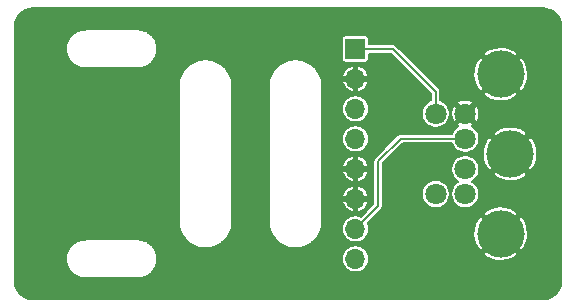
<source format=gtl>
G04 #@! TF.GenerationSoftware,KiCad,Pcbnew,(5.1.2-1)-1*
G04 #@! TF.CreationDate,2019-07-29T02:23:31-04:00*
G04 #@! TF.ProjectId,mouserial-mouse,6d6f7573-6572-4696-916c-2d6d6f757365,rev?*
G04 #@! TF.SameCoordinates,Original*
G04 #@! TF.FileFunction,Copper,L1,Top*
G04 #@! TF.FilePolarity,Positive*
%FSLAX46Y46*%
G04 Gerber Fmt 4.6, Leading zero omitted, Abs format (unit mm)*
G04 Created by KiCad (PCBNEW (5.1.2-1)-1) date 2019-07-29 02:23:31*
%MOMM*%
%LPD*%
G04 APERTURE LIST*
%ADD10C,1.800000*%
%ADD11C,4.000000*%
%ADD12C,2.000000*%
%ADD13R,1.700000X1.700000*%
%ADD14O,1.700000X1.700000*%
%ADD15C,0.800000*%
%ADD16C,0.200000*%
G04 APERTURE END LIST*
D10*
X170581000Y-95280000D03*
X170581000Y-92680000D03*
X168081000Y-90580000D03*
X168081000Y-97380000D03*
X170581000Y-97380000D03*
X170581000Y-90580000D03*
D11*
X173581000Y-100730000D03*
X173581000Y-87230000D03*
X174381000Y-93980000D03*
D12*
X133985000Y-83185000D03*
X133985000Y-104775000D03*
X177165000Y-104775000D03*
X177165000Y-83185000D03*
D13*
X161290000Y-85090000D03*
D14*
X161290000Y-87630000D03*
X161290000Y-90170000D03*
X161290000Y-92710000D03*
X161290000Y-95250000D03*
X161290000Y-97790000D03*
X161290000Y-100330000D03*
X161290000Y-102870000D03*
D15*
X165862000Y-88519000D03*
X164465000Y-87249000D03*
D16*
X168081000Y-90580000D02*
X168081000Y-88706000D01*
X164465000Y-85090000D02*
X161290000Y-85090000D01*
X168081000Y-88706000D02*
X164465000Y-85090000D01*
X161290000Y-100330000D02*
X163195000Y-98425000D01*
X163195000Y-98425000D02*
X163195000Y-94615000D01*
X165130000Y-92680000D02*
X163195000Y-94615000D01*
X170581000Y-92680000D02*
X165130000Y-92680000D01*
G36*
X177461826Y-81685902D02*
G01*
X177747355Y-81772109D01*
X178010695Y-81912129D01*
X178241824Y-82100633D01*
X178431938Y-82330443D01*
X178573793Y-82592800D01*
X178661988Y-82877711D01*
X178695001Y-83191805D01*
X178695000Y-104756663D01*
X178664098Y-105071826D01*
X178577892Y-105357354D01*
X178437872Y-105620694D01*
X178249368Y-105851822D01*
X178019560Y-106041937D01*
X177757202Y-106183793D01*
X177472289Y-106271988D01*
X177158206Y-106305000D01*
X134003337Y-106305000D01*
X133688174Y-106274098D01*
X133402646Y-106187892D01*
X133139306Y-106047872D01*
X132908178Y-105859368D01*
X132718063Y-105629560D01*
X132576207Y-105367202D01*
X132488012Y-105082289D01*
X132455000Y-104768206D01*
X132455000Y-102844879D01*
X136786574Y-102844879D01*
X136786812Y-102878937D01*
X136786575Y-102912852D01*
X136787085Y-102918063D01*
X136812993Y-103164567D01*
X136819834Y-103197891D01*
X136826197Y-103231248D01*
X136827710Y-103236260D01*
X136901005Y-103473036D01*
X136914187Y-103504396D01*
X136926908Y-103535880D01*
X136929364Y-103540500D01*
X136929366Y-103540505D01*
X136929369Y-103540509D01*
X137047253Y-103758533D01*
X137066271Y-103786728D01*
X137084871Y-103815152D01*
X137088180Y-103819210D01*
X137246173Y-104010189D01*
X137270274Y-104034122D01*
X137294070Y-104058421D01*
X137298104Y-104061759D01*
X137490182Y-104218414D01*
X137518491Y-104237222D01*
X137546536Y-104256425D01*
X137551142Y-104258916D01*
X137769989Y-104375278D01*
X137801420Y-104388233D01*
X137832651Y-104401619D01*
X137837653Y-104403168D01*
X138074934Y-104474808D01*
X138108296Y-104481414D01*
X138141521Y-104488476D01*
X138146728Y-104489023D01*
X138393406Y-104513210D01*
X138411581Y-104515000D01*
X142893419Y-104515000D01*
X142894725Y-104514871D01*
X142895354Y-104514867D01*
X142904037Y-104513954D01*
X142912853Y-104513086D01*
X142929326Y-104513086D01*
X142934533Y-104512539D01*
X143180849Y-104484910D01*
X143214095Y-104477843D01*
X143247434Y-104471242D01*
X143252436Y-104469694D01*
X143488694Y-104394749D01*
X143519964Y-104381346D01*
X143551358Y-104368407D01*
X143555964Y-104365917D01*
X143773166Y-104246509D01*
X143801221Y-104227299D01*
X143829519Y-104208498D01*
X143833554Y-104205160D01*
X144023426Y-104045838D01*
X144047214Y-104021546D01*
X144071321Y-103997607D01*
X144074631Y-103993549D01*
X144229942Y-103800382D01*
X144248560Y-103771931D01*
X144267559Y-103743763D01*
X144270018Y-103739140D01*
X144384850Y-103519485D01*
X144397589Y-103487954D01*
X144410752Y-103456642D01*
X144412265Y-103451629D01*
X144482248Y-103213853D01*
X144488631Y-103180390D01*
X144495450Y-103147172D01*
X144495962Y-103141961D01*
X144518426Y-102895121D01*
X144518251Y-102870000D01*
X160134436Y-102870000D01*
X160156640Y-103095439D01*
X160222398Y-103312215D01*
X160329184Y-103511997D01*
X160472893Y-103687107D01*
X160648003Y-103830816D01*
X160847785Y-103937602D01*
X161064561Y-104003360D01*
X161233508Y-104020000D01*
X161346492Y-104020000D01*
X161515439Y-104003360D01*
X161732215Y-103937602D01*
X161931997Y-103830816D01*
X162107107Y-103687107D01*
X162250816Y-103511997D01*
X162357602Y-103312215D01*
X162423360Y-103095439D01*
X162445564Y-102870000D01*
X162423360Y-102644561D01*
X162357602Y-102427785D01*
X162351475Y-102416322D01*
X172112466Y-102416322D01*
X172350160Y-102686106D01*
X172755428Y-102888645D01*
X173192422Y-103008229D01*
X173644349Y-103040261D01*
X174093841Y-102983512D01*
X174523626Y-102840161D01*
X174811840Y-102686106D01*
X175049534Y-102416322D01*
X173581000Y-100947789D01*
X172112466Y-102416322D01*
X162351475Y-102416322D01*
X162250816Y-102228003D01*
X162107107Y-102052893D01*
X161931997Y-101909184D01*
X161732215Y-101802398D01*
X161515439Y-101736640D01*
X161346492Y-101720000D01*
X161233508Y-101720000D01*
X161064561Y-101736640D01*
X160847785Y-101802398D01*
X160648003Y-101909184D01*
X160472893Y-102052893D01*
X160329184Y-102228003D01*
X160222398Y-102427785D01*
X160156640Y-102644561D01*
X160134436Y-102870000D01*
X144518251Y-102870000D01*
X144518188Y-102861063D01*
X144518425Y-102827148D01*
X144517915Y-102821937D01*
X144492007Y-102575434D01*
X144485166Y-102542109D01*
X144478803Y-102508753D01*
X144477290Y-102503740D01*
X144403995Y-102266964D01*
X144390813Y-102235604D01*
X144378092Y-102204120D01*
X144375634Y-102199496D01*
X144375634Y-102199495D01*
X144375631Y-102199491D01*
X144257746Y-101981466D01*
X144238725Y-101953266D01*
X144220129Y-101924848D01*
X144216820Y-101920790D01*
X144058827Y-101729810D01*
X144034664Y-101705815D01*
X144010930Y-101681579D01*
X144006896Y-101678241D01*
X143814818Y-101521586D01*
X143786494Y-101502767D01*
X143758464Y-101483575D01*
X143753858Y-101481084D01*
X143535010Y-101364721D01*
X143503561Y-101351759D01*
X143472349Y-101338381D01*
X143467347Y-101336832D01*
X143230066Y-101265192D01*
X143196704Y-101258586D01*
X143163479Y-101251524D01*
X143158272Y-101250977D01*
X142911594Y-101226790D01*
X142893419Y-101225000D01*
X138411581Y-101225000D01*
X138410275Y-101225129D01*
X138409646Y-101225133D01*
X138400961Y-101226046D01*
X138392147Y-101226914D01*
X138375675Y-101226914D01*
X138370467Y-101227461D01*
X138124151Y-101255090D01*
X138090905Y-101262157D01*
X138057566Y-101268758D01*
X138052564Y-101270306D01*
X137816306Y-101345251D01*
X137785064Y-101358641D01*
X137753642Y-101371593D01*
X137749036Y-101374083D01*
X137531834Y-101493491D01*
X137503779Y-101512701D01*
X137475481Y-101531502D01*
X137471447Y-101534839D01*
X137281574Y-101694162D01*
X137257786Y-101718454D01*
X137233679Y-101742393D01*
X137230369Y-101746451D01*
X137075058Y-101939618D01*
X137056430Y-101968084D01*
X137037441Y-101996237D01*
X137034982Y-102000860D01*
X136920150Y-102220515D01*
X136907411Y-102252046D01*
X136894248Y-102283358D01*
X136892735Y-102288371D01*
X136822753Y-102526147D01*
X136816383Y-102559541D01*
X136809550Y-102592828D01*
X136809038Y-102598039D01*
X136786574Y-102844879D01*
X132455000Y-102844879D01*
X132455000Y-99713418D01*
X146310000Y-99713418D01*
X146310129Y-99714724D01*
X146310195Y-99724221D01*
X146311976Y-99741164D01*
X146311976Y-99758191D01*
X146312523Y-99763399D01*
X146353966Y-100132873D01*
X146361041Y-100166156D01*
X146367635Y-100199458D01*
X146369182Y-100204461D01*
X146481600Y-100558847D01*
X146495003Y-100590117D01*
X146507942Y-100621511D01*
X146510432Y-100626117D01*
X146689544Y-100951920D01*
X146708766Y-100979992D01*
X146727555Y-101008272D01*
X146730892Y-101012307D01*
X146969874Y-101297115D01*
X146994166Y-101320904D01*
X147018107Y-101345012D01*
X147022164Y-101348322D01*
X147311915Y-101581287D01*
X147340356Y-101599898D01*
X147368533Y-101618904D01*
X147373156Y-101621362D01*
X147702638Y-101793611D01*
X147734145Y-101806340D01*
X147765484Y-101819514D01*
X147770496Y-101821028D01*
X148127161Y-101926000D01*
X148160595Y-101932378D01*
X148193840Y-101939202D01*
X148199051Y-101939714D01*
X148569311Y-101973411D01*
X148603370Y-101973173D01*
X148637286Y-101973410D01*
X148642497Y-101972900D01*
X149012252Y-101934037D01*
X149045603Y-101927191D01*
X149078931Y-101920833D01*
X149083944Y-101919320D01*
X149439108Y-101809378D01*
X149470456Y-101796200D01*
X149501952Y-101783475D01*
X149506576Y-101781017D01*
X149833620Y-101604186D01*
X149861832Y-101585157D01*
X149890238Y-101566568D01*
X149894296Y-101563259D01*
X150180766Y-101326271D01*
X150204725Y-101302143D01*
X150228998Y-101278374D01*
X150232336Y-101274339D01*
X150467319Y-100986222D01*
X150486142Y-100957890D01*
X150505330Y-100929868D01*
X150507820Y-100925263D01*
X150682366Y-100596990D01*
X150695334Y-100565527D01*
X150708706Y-100534328D01*
X150710255Y-100529326D01*
X150817715Y-100173404D01*
X150824322Y-100140035D01*
X150831383Y-100106817D01*
X150831930Y-100101609D01*
X150868210Y-99731594D01*
X150870000Y-99713419D01*
X150870000Y-99713418D01*
X153930000Y-99713418D01*
X153930129Y-99714724D01*
X153930195Y-99724221D01*
X153931976Y-99741164D01*
X153931976Y-99758191D01*
X153932523Y-99763399D01*
X153973966Y-100132873D01*
X153981041Y-100166156D01*
X153987635Y-100199458D01*
X153989182Y-100204461D01*
X154101600Y-100558847D01*
X154115003Y-100590117D01*
X154127942Y-100621511D01*
X154130432Y-100626117D01*
X154309544Y-100951920D01*
X154328766Y-100979992D01*
X154347555Y-101008272D01*
X154350892Y-101012307D01*
X154589874Y-101297115D01*
X154614166Y-101320904D01*
X154638107Y-101345012D01*
X154642164Y-101348322D01*
X154931915Y-101581287D01*
X154960356Y-101599898D01*
X154988533Y-101618904D01*
X154993156Y-101621362D01*
X155322638Y-101793611D01*
X155354145Y-101806340D01*
X155385484Y-101819514D01*
X155390496Y-101821028D01*
X155747161Y-101926000D01*
X155780595Y-101932378D01*
X155813840Y-101939202D01*
X155819051Y-101939714D01*
X156189311Y-101973411D01*
X156223370Y-101973173D01*
X156257286Y-101973410D01*
X156262497Y-101972900D01*
X156632252Y-101934037D01*
X156665603Y-101927191D01*
X156698931Y-101920833D01*
X156703944Y-101919320D01*
X157059108Y-101809378D01*
X157090456Y-101796200D01*
X157121952Y-101783475D01*
X157126576Y-101781017D01*
X157453620Y-101604186D01*
X157481832Y-101585157D01*
X157510238Y-101566568D01*
X157514296Y-101563259D01*
X157800766Y-101326271D01*
X157824725Y-101302143D01*
X157848998Y-101278374D01*
X157852336Y-101274339D01*
X158087319Y-100986222D01*
X158106142Y-100957890D01*
X158125330Y-100929868D01*
X158127820Y-100925263D01*
X158302366Y-100596990D01*
X158315334Y-100565527D01*
X158328706Y-100534328D01*
X158330255Y-100529326D01*
X158390435Y-100330000D01*
X160134436Y-100330000D01*
X160156640Y-100555439D01*
X160222398Y-100772215D01*
X160329184Y-100971997D01*
X160472893Y-101147107D01*
X160648003Y-101290816D01*
X160847785Y-101397602D01*
X161064561Y-101463360D01*
X161233508Y-101480000D01*
X161346492Y-101480000D01*
X161515439Y-101463360D01*
X161732215Y-101397602D01*
X161931997Y-101290816D01*
X162107107Y-101147107D01*
X162250816Y-100971997D01*
X162346305Y-100793349D01*
X171270739Y-100793349D01*
X171327488Y-101242841D01*
X171470839Y-101672626D01*
X171624894Y-101960840D01*
X171894678Y-102198534D01*
X173363211Y-100730000D01*
X173798789Y-100730000D01*
X175267322Y-102198534D01*
X175537106Y-101960840D01*
X175739645Y-101555572D01*
X175859229Y-101118578D01*
X175891261Y-100666651D01*
X175834512Y-100217159D01*
X175691161Y-99787374D01*
X175537106Y-99499160D01*
X175267322Y-99261466D01*
X173798789Y-100730000D01*
X173363211Y-100730000D01*
X171894678Y-99261466D01*
X171624894Y-99499160D01*
X171422355Y-99904428D01*
X171302771Y-100341422D01*
X171270739Y-100793349D01*
X162346305Y-100793349D01*
X162357602Y-100772215D01*
X162423360Y-100555439D01*
X162445564Y-100330000D01*
X162423360Y-100104561D01*
X162357602Y-99887785D01*
X162336806Y-99848879D01*
X163142007Y-99043678D01*
X172112466Y-99043678D01*
X173581000Y-100512211D01*
X175049534Y-99043678D01*
X174811840Y-98773894D01*
X174406572Y-98571355D01*
X173969578Y-98451771D01*
X173517651Y-98419739D01*
X173068159Y-98476488D01*
X172638374Y-98619839D01*
X172350160Y-98773894D01*
X172112466Y-99043678D01*
X163142007Y-99043678D01*
X163463954Y-98721732D01*
X163479211Y-98709211D01*
X163529197Y-98648303D01*
X163566340Y-98578814D01*
X163589212Y-98503414D01*
X163595000Y-98444647D01*
X163595000Y-98444646D01*
X163596935Y-98425000D01*
X163595000Y-98405353D01*
X163595000Y-97261810D01*
X166881000Y-97261810D01*
X166881000Y-97498190D01*
X166927116Y-97730027D01*
X167017574Y-97948413D01*
X167148899Y-98144955D01*
X167316045Y-98312101D01*
X167512587Y-98443426D01*
X167730973Y-98533884D01*
X167962810Y-98580000D01*
X168199190Y-98580000D01*
X168431027Y-98533884D01*
X168649413Y-98443426D01*
X168845955Y-98312101D01*
X169013101Y-98144955D01*
X169144426Y-97948413D01*
X169234884Y-97730027D01*
X169281000Y-97498190D01*
X169281000Y-97261810D01*
X169234884Y-97029973D01*
X169144426Y-96811587D01*
X169013101Y-96615045D01*
X168845955Y-96447899D01*
X168649413Y-96316574D01*
X168431027Y-96226116D01*
X168199190Y-96180000D01*
X167962810Y-96180000D01*
X167730973Y-96226116D01*
X167512587Y-96316574D01*
X167316045Y-96447899D01*
X167148899Y-96615045D01*
X167017574Y-96811587D01*
X166927116Y-97029973D01*
X166881000Y-97261810D01*
X163595000Y-97261810D01*
X163595000Y-95161810D01*
X169381000Y-95161810D01*
X169381000Y-95398190D01*
X169427116Y-95630027D01*
X169517574Y-95848413D01*
X169648899Y-96044955D01*
X169816045Y-96212101D01*
X169992494Y-96330000D01*
X169816045Y-96447899D01*
X169648899Y-96615045D01*
X169517574Y-96811587D01*
X169427116Y-97029973D01*
X169381000Y-97261810D01*
X169381000Y-97498190D01*
X169427116Y-97730027D01*
X169517574Y-97948413D01*
X169648899Y-98144955D01*
X169816045Y-98312101D01*
X170012587Y-98443426D01*
X170230973Y-98533884D01*
X170462810Y-98580000D01*
X170699190Y-98580000D01*
X170931027Y-98533884D01*
X171149413Y-98443426D01*
X171345955Y-98312101D01*
X171513101Y-98144955D01*
X171644426Y-97948413D01*
X171734884Y-97730027D01*
X171781000Y-97498190D01*
X171781000Y-97261810D01*
X171734884Y-97029973D01*
X171644426Y-96811587D01*
X171513101Y-96615045D01*
X171345955Y-96447899D01*
X171169506Y-96330000D01*
X171345955Y-96212101D01*
X171513101Y-96044955D01*
X171644426Y-95848413D01*
X171719850Y-95666322D01*
X172912466Y-95666322D01*
X173150160Y-95936106D01*
X173555428Y-96138645D01*
X173992422Y-96258229D01*
X174444349Y-96290261D01*
X174893841Y-96233512D01*
X175323626Y-96090161D01*
X175611840Y-95936106D01*
X175849534Y-95666322D01*
X174381000Y-94197789D01*
X172912466Y-95666322D01*
X171719850Y-95666322D01*
X171734884Y-95630027D01*
X171781000Y-95398190D01*
X171781000Y-95161810D01*
X171734884Y-94929973D01*
X171644426Y-94711587D01*
X171513101Y-94515045D01*
X171345955Y-94347899D01*
X171149413Y-94216574D01*
X170931027Y-94126116D01*
X170699190Y-94080000D01*
X170462810Y-94080000D01*
X170230973Y-94126116D01*
X170012587Y-94216574D01*
X169816045Y-94347899D01*
X169648899Y-94515045D01*
X169517574Y-94711587D01*
X169427116Y-94929973D01*
X169381000Y-95161810D01*
X163595000Y-95161810D01*
X163595000Y-94780685D01*
X164332336Y-94043349D01*
X172070739Y-94043349D01*
X172127488Y-94492841D01*
X172270839Y-94922626D01*
X172424894Y-95210840D01*
X172694678Y-95448534D01*
X174163211Y-93980000D01*
X174598789Y-93980000D01*
X176067322Y-95448534D01*
X176337106Y-95210840D01*
X176539645Y-94805572D01*
X176659229Y-94368578D01*
X176691261Y-93916651D01*
X176634512Y-93467159D01*
X176491161Y-93037374D01*
X176337106Y-92749160D01*
X176067322Y-92511466D01*
X174598789Y-93980000D01*
X174163211Y-93980000D01*
X172694678Y-92511466D01*
X172424894Y-92749160D01*
X172222355Y-93154428D01*
X172102771Y-93591422D01*
X172070739Y-94043349D01*
X164332336Y-94043349D01*
X165295686Y-93080000D01*
X169447815Y-93080000D01*
X169517574Y-93248413D01*
X169648899Y-93444955D01*
X169816045Y-93612101D01*
X170012587Y-93743426D01*
X170230973Y-93833884D01*
X170462810Y-93880000D01*
X170699190Y-93880000D01*
X170931027Y-93833884D01*
X171149413Y-93743426D01*
X171345955Y-93612101D01*
X171513101Y-93444955D01*
X171644426Y-93248413D01*
X171734884Y-93030027D01*
X171781000Y-92798190D01*
X171781000Y-92561810D01*
X171734884Y-92329973D01*
X171719851Y-92293678D01*
X172912466Y-92293678D01*
X174381000Y-93762211D01*
X175849534Y-92293678D01*
X175611840Y-92023894D01*
X175206572Y-91821355D01*
X174769578Y-91701771D01*
X174317651Y-91669739D01*
X173868159Y-91726488D01*
X173438374Y-91869839D01*
X173150160Y-92023894D01*
X172912466Y-92293678D01*
X171719851Y-92293678D01*
X171644426Y-92111587D01*
X171513101Y-91915045D01*
X171345955Y-91747899D01*
X171166210Y-91627797D01*
X171264257Y-91481046D01*
X170581000Y-90797789D01*
X169897743Y-91481046D01*
X169995790Y-91627797D01*
X169816045Y-91747899D01*
X169648899Y-91915045D01*
X169517574Y-92111587D01*
X169447815Y-92280000D01*
X165149635Y-92280000D01*
X165129999Y-92278066D01*
X165110363Y-92280000D01*
X165110353Y-92280000D01*
X165051586Y-92285788D01*
X164976186Y-92308660D01*
X164906697Y-92345803D01*
X164906695Y-92345804D01*
X164906696Y-92345804D01*
X164861049Y-92383265D01*
X164861047Y-92383267D01*
X164845789Y-92395789D01*
X164833267Y-92411047D01*
X162926048Y-94318267D01*
X162910790Y-94330789D01*
X162898268Y-94346047D01*
X162898265Y-94346050D01*
X162860803Y-94391698D01*
X162823661Y-94461186D01*
X162800788Y-94536587D01*
X162793065Y-94615000D01*
X162795001Y-94634656D01*
X162795000Y-98259314D01*
X161771121Y-99283194D01*
X161732215Y-99262398D01*
X161515439Y-99196640D01*
X161346492Y-99180000D01*
X161233508Y-99180000D01*
X161064561Y-99196640D01*
X160847785Y-99262398D01*
X160648003Y-99369184D01*
X160472893Y-99512893D01*
X160329184Y-99688003D01*
X160222398Y-99887785D01*
X160156640Y-100104561D01*
X160134436Y-100330000D01*
X158390435Y-100330000D01*
X158437715Y-100173404D01*
X158444322Y-100140035D01*
X158451383Y-100106817D01*
X158451930Y-100101609D01*
X158488210Y-99731594D01*
X158490000Y-99713419D01*
X158490000Y-98120383D01*
X160188480Y-98120383D01*
X160190561Y-98127272D01*
X160277485Y-98335281D01*
X160403319Y-98522336D01*
X160563228Y-98681247D01*
X160751066Y-98805908D01*
X160959615Y-98891528D01*
X161136000Y-98854650D01*
X161136000Y-97944000D01*
X161444000Y-97944000D01*
X161444000Y-98854650D01*
X161620385Y-98891528D01*
X161828934Y-98805908D01*
X162016772Y-98681247D01*
X162176681Y-98522336D01*
X162302515Y-98335281D01*
X162389439Y-98127272D01*
X162391520Y-98120383D01*
X162353912Y-97944000D01*
X161444000Y-97944000D01*
X161136000Y-97944000D01*
X160226088Y-97944000D01*
X160188480Y-98120383D01*
X158490000Y-98120383D01*
X158490000Y-97459617D01*
X160188480Y-97459617D01*
X160226088Y-97636000D01*
X161136000Y-97636000D01*
X161136000Y-96725350D01*
X161444000Y-96725350D01*
X161444000Y-97636000D01*
X162353912Y-97636000D01*
X162391520Y-97459617D01*
X162389439Y-97452728D01*
X162302515Y-97244719D01*
X162176681Y-97057664D01*
X162016772Y-96898753D01*
X161828934Y-96774092D01*
X161620385Y-96688472D01*
X161444000Y-96725350D01*
X161136000Y-96725350D01*
X160959615Y-96688472D01*
X160751066Y-96774092D01*
X160563228Y-96898753D01*
X160403319Y-97057664D01*
X160277485Y-97244719D01*
X160190561Y-97452728D01*
X160188480Y-97459617D01*
X158490000Y-97459617D01*
X158490000Y-95580383D01*
X160188480Y-95580383D01*
X160190561Y-95587272D01*
X160277485Y-95795281D01*
X160403319Y-95982336D01*
X160563228Y-96141247D01*
X160751066Y-96265908D01*
X160959615Y-96351528D01*
X161136000Y-96314650D01*
X161136000Y-95404000D01*
X161444000Y-95404000D01*
X161444000Y-96314650D01*
X161620385Y-96351528D01*
X161828934Y-96265908D01*
X162016772Y-96141247D01*
X162176681Y-95982336D01*
X162302515Y-95795281D01*
X162389439Y-95587272D01*
X162391520Y-95580383D01*
X162353912Y-95404000D01*
X161444000Y-95404000D01*
X161136000Y-95404000D01*
X160226088Y-95404000D01*
X160188480Y-95580383D01*
X158490000Y-95580383D01*
X158490000Y-94919617D01*
X160188480Y-94919617D01*
X160226088Y-95096000D01*
X161136000Y-95096000D01*
X161136000Y-94185350D01*
X161444000Y-94185350D01*
X161444000Y-95096000D01*
X162353912Y-95096000D01*
X162391520Y-94919617D01*
X162389439Y-94912728D01*
X162302515Y-94704719D01*
X162176681Y-94517664D01*
X162016772Y-94358753D01*
X161828934Y-94234092D01*
X161620385Y-94148472D01*
X161444000Y-94185350D01*
X161136000Y-94185350D01*
X160959615Y-94148472D01*
X160751066Y-94234092D01*
X160563228Y-94358753D01*
X160403319Y-94517664D01*
X160277485Y-94704719D01*
X160190561Y-94912728D01*
X160188480Y-94919617D01*
X158490000Y-94919617D01*
X158490000Y-92710000D01*
X160134436Y-92710000D01*
X160156640Y-92935439D01*
X160222398Y-93152215D01*
X160329184Y-93351997D01*
X160472893Y-93527107D01*
X160648003Y-93670816D01*
X160847785Y-93777602D01*
X161064561Y-93843360D01*
X161233508Y-93860000D01*
X161346492Y-93860000D01*
X161515439Y-93843360D01*
X161732215Y-93777602D01*
X161931997Y-93670816D01*
X162107107Y-93527107D01*
X162250816Y-93351997D01*
X162357602Y-93152215D01*
X162423360Y-92935439D01*
X162445564Y-92710000D01*
X162423360Y-92484561D01*
X162357602Y-92267785D01*
X162250816Y-92068003D01*
X162107107Y-91892893D01*
X161931997Y-91749184D01*
X161732215Y-91642398D01*
X161515439Y-91576640D01*
X161346492Y-91560000D01*
X161233508Y-91560000D01*
X161064561Y-91576640D01*
X160847785Y-91642398D01*
X160648003Y-91749184D01*
X160472893Y-91892893D01*
X160329184Y-92068003D01*
X160222398Y-92267785D01*
X160156640Y-92484561D01*
X160134436Y-92710000D01*
X158490000Y-92710000D01*
X158490000Y-90170000D01*
X160134436Y-90170000D01*
X160156640Y-90395439D01*
X160222398Y-90612215D01*
X160329184Y-90811997D01*
X160472893Y-90987107D01*
X160648003Y-91130816D01*
X160847785Y-91237602D01*
X161064561Y-91303360D01*
X161233508Y-91320000D01*
X161346492Y-91320000D01*
X161515439Y-91303360D01*
X161732215Y-91237602D01*
X161931997Y-91130816D01*
X162107107Y-90987107D01*
X162250816Y-90811997D01*
X162357602Y-90612215D01*
X162423360Y-90395439D01*
X162445564Y-90170000D01*
X162423360Y-89944561D01*
X162357602Y-89727785D01*
X162250816Y-89528003D01*
X162107107Y-89352893D01*
X161931997Y-89209184D01*
X161732215Y-89102398D01*
X161515439Y-89036640D01*
X161346492Y-89020000D01*
X161233508Y-89020000D01*
X161064561Y-89036640D01*
X160847785Y-89102398D01*
X160648003Y-89209184D01*
X160472893Y-89352893D01*
X160329184Y-89528003D01*
X160222398Y-89727785D01*
X160156640Y-89944561D01*
X160134436Y-90170000D01*
X158490000Y-90170000D01*
X158490000Y-88246581D01*
X158489871Y-88245275D01*
X158489805Y-88235780D01*
X158488024Y-88218837D01*
X158488024Y-88201809D01*
X158487477Y-88196601D01*
X158460982Y-87960383D01*
X160188480Y-87960383D01*
X160190561Y-87967272D01*
X160277485Y-88175281D01*
X160403319Y-88362336D01*
X160563228Y-88521247D01*
X160751066Y-88645908D01*
X160959615Y-88731528D01*
X161136000Y-88694650D01*
X161136000Y-87784000D01*
X161444000Y-87784000D01*
X161444000Y-88694650D01*
X161620385Y-88731528D01*
X161828934Y-88645908D01*
X162016772Y-88521247D01*
X162176681Y-88362336D01*
X162302515Y-88175281D01*
X162389439Y-87967272D01*
X162391520Y-87960383D01*
X162353912Y-87784000D01*
X161444000Y-87784000D01*
X161136000Y-87784000D01*
X160226088Y-87784000D01*
X160188480Y-87960383D01*
X158460982Y-87960383D01*
X158446034Y-87827127D01*
X158438961Y-87793852D01*
X158432365Y-87760541D01*
X158430817Y-87755539D01*
X158318400Y-87401152D01*
X158304987Y-87369857D01*
X158292058Y-87338489D01*
X158289568Y-87333883D01*
X158270731Y-87299617D01*
X160188480Y-87299617D01*
X160226088Y-87476000D01*
X161136000Y-87476000D01*
X161136000Y-86565350D01*
X161444000Y-86565350D01*
X161444000Y-87476000D01*
X162353912Y-87476000D01*
X162391520Y-87299617D01*
X162389439Y-87292728D01*
X162302515Y-87084719D01*
X162176681Y-86897664D01*
X162016772Y-86738753D01*
X161828934Y-86614092D01*
X161620385Y-86528472D01*
X161444000Y-86565350D01*
X161136000Y-86565350D01*
X160959615Y-86528472D01*
X160751066Y-86614092D01*
X160563228Y-86738753D01*
X160403319Y-86897664D01*
X160277485Y-87084719D01*
X160190561Y-87292728D01*
X160188480Y-87299617D01*
X158270731Y-87299617D01*
X158110456Y-87008080D01*
X158091246Y-86980025D01*
X158072445Y-86951727D01*
X158069108Y-86947693D01*
X157830126Y-86662885D01*
X157805833Y-86639096D01*
X157781893Y-86614988D01*
X157777835Y-86611678D01*
X157488085Y-86378712D01*
X157459618Y-86360084D01*
X157431467Y-86341096D01*
X157426844Y-86338637D01*
X157097362Y-86166389D01*
X157065840Y-86153653D01*
X157034517Y-86140486D01*
X157029504Y-86138972D01*
X156672839Y-86034000D01*
X156639405Y-86027622D01*
X156606160Y-86020798D01*
X156600949Y-86020286D01*
X156230689Y-85986589D01*
X156196630Y-85986827D01*
X156162714Y-85986590D01*
X156157503Y-85987100D01*
X155787749Y-86025963D01*
X155754411Y-86032807D01*
X155721069Y-86039167D01*
X155716056Y-86040680D01*
X155360892Y-86150622D01*
X155329555Y-86163795D01*
X155298048Y-86176525D01*
X155293424Y-86178983D01*
X154966379Y-86355815D01*
X154938179Y-86374836D01*
X154909761Y-86393432D01*
X154905703Y-86396741D01*
X154619234Y-86633730D01*
X154595294Y-86657838D01*
X154571002Y-86681626D01*
X154567664Y-86685661D01*
X154332681Y-86973778D01*
X154313858Y-87002110D01*
X154294670Y-87030132D01*
X154292180Y-87034737D01*
X154117635Y-87363009D01*
X154104686Y-87394426D01*
X154091294Y-87425672D01*
X154089745Y-87430674D01*
X153982285Y-87786597D01*
X153975678Y-87819965D01*
X153968617Y-87853184D01*
X153968070Y-87858391D01*
X153931790Y-88228407D01*
X153931790Y-88228416D01*
X153930001Y-88246581D01*
X153930000Y-99713418D01*
X150870000Y-99713418D01*
X150870000Y-88246581D01*
X150869871Y-88245275D01*
X150869805Y-88235780D01*
X150868024Y-88218837D01*
X150868024Y-88201809D01*
X150867477Y-88196601D01*
X150826034Y-87827127D01*
X150818961Y-87793852D01*
X150812365Y-87760541D01*
X150810817Y-87755539D01*
X150698400Y-87401152D01*
X150684987Y-87369857D01*
X150672058Y-87338489D01*
X150669568Y-87333883D01*
X150490456Y-87008080D01*
X150471246Y-86980025D01*
X150452445Y-86951727D01*
X150449108Y-86947693D01*
X150210126Y-86662885D01*
X150185833Y-86639096D01*
X150161893Y-86614988D01*
X150157835Y-86611678D01*
X149868085Y-86378712D01*
X149839618Y-86360084D01*
X149811467Y-86341096D01*
X149806844Y-86338637D01*
X149477362Y-86166389D01*
X149445840Y-86153653D01*
X149414517Y-86140486D01*
X149409504Y-86138972D01*
X149052839Y-86034000D01*
X149019405Y-86027622D01*
X148986160Y-86020798D01*
X148980949Y-86020286D01*
X148610689Y-85986589D01*
X148576630Y-85986827D01*
X148542714Y-85986590D01*
X148537503Y-85987100D01*
X148167749Y-86025963D01*
X148134411Y-86032807D01*
X148101069Y-86039167D01*
X148096056Y-86040680D01*
X147740892Y-86150622D01*
X147709555Y-86163795D01*
X147678048Y-86176525D01*
X147673424Y-86178983D01*
X147346379Y-86355815D01*
X147318179Y-86374836D01*
X147289761Y-86393432D01*
X147285703Y-86396741D01*
X146999234Y-86633730D01*
X146975294Y-86657838D01*
X146951002Y-86681626D01*
X146947664Y-86685661D01*
X146712681Y-86973778D01*
X146693858Y-87002110D01*
X146674670Y-87030132D01*
X146672180Y-87034737D01*
X146497635Y-87363009D01*
X146484686Y-87394426D01*
X146471294Y-87425672D01*
X146469745Y-87430674D01*
X146362285Y-87786597D01*
X146355678Y-87819965D01*
X146348617Y-87853184D01*
X146348070Y-87858391D01*
X146311790Y-88228407D01*
X146311790Y-88228416D01*
X146310001Y-88246581D01*
X146310000Y-99713418D01*
X132455000Y-99713418D01*
X132455000Y-85064879D01*
X136786574Y-85064879D01*
X136786812Y-85098937D01*
X136786575Y-85132852D01*
X136787085Y-85138063D01*
X136812993Y-85384567D01*
X136819834Y-85417891D01*
X136826197Y-85451248D01*
X136827710Y-85456260D01*
X136901005Y-85693036D01*
X136914187Y-85724396D01*
X136926908Y-85755880D01*
X136929364Y-85760500D01*
X136929366Y-85760505D01*
X136929369Y-85760509D01*
X137047253Y-85978533D01*
X137066271Y-86006728D01*
X137084871Y-86035152D01*
X137088180Y-86039210D01*
X137246173Y-86230189D01*
X137270274Y-86254122D01*
X137294070Y-86278421D01*
X137298104Y-86281759D01*
X137490182Y-86438414D01*
X137518491Y-86457222D01*
X137546536Y-86476425D01*
X137551142Y-86478916D01*
X137769989Y-86595278D01*
X137801420Y-86608233D01*
X137832651Y-86621619D01*
X137837653Y-86623168D01*
X138074934Y-86694808D01*
X138108296Y-86701414D01*
X138141521Y-86708476D01*
X138146728Y-86709023D01*
X138393406Y-86733210D01*
X138411581Y-86735000D01*
X142893419Y-86735000D01*
X142894725Y-86734871D01*
X142895354Y-86734867D01*
X142904037Y-86733954D01*
X142912853Y-86733086D01*
X142929326Y-86733086D01*
X142934533Y-86732539D01*
X143180849Y-86704910D01*
X143214095Y-86697843D01*
X143247434Y-86691242D01*
X143252436Y-86689694D01*
X143488694Y-86614749D01*
X143519964Y-86601346D01*
X143551358Y-86588407D01*
X143555964Y-86585917D01*
X143773166Y-86466509D01*
X143801221Y-86447299D01*
X143829519Y-86428498D01*
X143833554Y-86425160D01*
X144023426Y-86265838D01*
X144047214Y-86241546D01*
X144071321Y-86217607D01*
X144074631Y-86213549D01*
X144229942Y-86020382D01*
X144248560Y-85991931D01*
X144267559Y-85963763D01*
X144270018Y-85959140D01*
X144384850Y-85739485D01*
X144397589Y-85707954D01*
X144410752Y-85676642D01*
X144412265Y-85671629D01*
X144482248Y-85433853D01*
X144488631Y-85400390D01*
X144495450Y-85367172D01*
X144495962Y-85361961D01*
X144518426Y-85115121D01*
X144518188Y-85081063D01*
X144518425Y-85047148D01*
X144517915Y-85041937D01*
X144492007Y-84795434D01*
X144485166Y-84762109D01*
X144478803Y-84728753D01*
X144477290Y-84723740D01*
X144403995Y-84486964D01*
X144390813Y-84455604D01*
X144378092Y-84424120D01*
X144375634Y-84419496D01*
X144375634Y-84419495D01*
X144375631Y-84419491D01*
X144278582Y-84240000D01*
X160138549Y-84240000D01*
X160138549Y-85940000D01*
X160144341Y-85998810D01*
X160161496Y-86055360D01*
X160189353Y-86107477D01*
X160226842Y-86153158D01*
X160272523Y-86190647D01*
X160324640Y-86218504D01*
X160381190Y-86235659D01*
X160440000Y-86241451D01*
X162140000Y-86241451D01*
X162198810Y-86235659D01*
X162255360Y-86218504D01*
X162307477Y-86190647D01*
X162353158Y-86153158D01*
X162390647Y-86107477D01*
X162418504Y-86055360D01*
X162435659Y-85998810D01*
X162441451Y-85940000D01*
X162441451Y-85490000D01*
X164299315Y-85490000D01*
X167681001Y-88871687D01*
X167681001Y-89446815D01*
X167512587Y-89516574D01*
X167316045Y-89647899D01*
X167148899Y-89815045D01*
X167017574Y-90011587D01*
X166927116Y-90229973D01*
X166881000Y-90461810D01*
X166881000Y-90698190D01*
X166927116Y-90930027D01*
X167017574Y-91148413D01*
X167148899Y-91344955D01*
X167316045Y-91512101D01*
X167512587Y-91643426D01*
X167730973Y-91733884D01*
X167962810Y-91780000D01*
X168199190Y-91780000D01*
X168431027Y-91733884D01*
X168649413Y-91643426D01*
X168845955Y-91512101D01*
X169013101Y-91344955D01*
X169144426Y-91148413D01*
X169234884Y-90930027D01*
X169281000Y-90698190D01*
X169281000Y-90686929D01*
X169379944Y-90686929D01*
X169423883Y-90919189D01*
X169512289Y-91138414D01*
X169522953Y-91158362D01*
X169679954Y-91263257D01*
X170363211Y-90580000D01*
X170798789Y-90580000D01*
X171482046Y-91263257D01*
X171639047Y-91158362D01*
X171731550Y-90940834D01*
X171779838Y-90709439D01*
X171782056Y-90473071D01*
X171738117Y-90240811D01*
X171649711Y-90021586D01*
X171639047Y-90001638D01*
X171482046Y-89896743D01*
X170798789Y-90580000D01*
X170363211Y-90580000D01*
X169679954Y-89896743D01*
X169522953Y-90001638D01*
X169430450Y-90219166D01*
X169382162Y-90450561D01*
X169379944Y-90686929D01*
X169281000Y-90686929D01*
X169281000Y-90461810D01*
X169234884Y-90229973D01*
X169144426Y-90011587D01*
X169013101Y-89815045D01*
X168877010Y-89678954D01*
X169897743Y-89678954D01*
X170581000Y-90362211D01*
X171264257Y-89678954D01*
X171159362Y-89521953D01*
X170941834Y-89429450D01*
X170710439Y-89381162D01*
X170474071Y-89378944D01*
X170241811Y-89422883D01*
X170022586Y-89511289D01*
X170002638Y-89521953D01*
X169897743Y-89678954D01*
X168877010Y-89678954D01*
X168845955Y-89647899D01*
X168649413Y-89516574D01*
X168481000Y-89446815D01*
X168481000Y-88916322D01*
X172112466Y-88916322D01*
X172350160Y-89186106D01*
X172755428Y-89388645D01*
X173192422Y-89508229D01*
X173644349Y-89540261D01*
X174093841Y-89483512D01*
X174523626Y-89340161D01*
X174811840Y-89186106D01*
X175049534Y-88916322D01*
X173581000Y-87447789D01*
X172112466Y-88916322D01*
X168481000Y-88916322D01*
X168481000Y-88725635D01*
X168482934Y-88705999D01*
X168481000Y-88686363D01*
X168481000Y-88686353D01*
X168475212Y-88627586D01*
X168452340Y-88552186D01*
X168415197Y-88482697D01*
X168365211Y-88421789D01*
X168349953Y-88409267D01*
X167234035Y-87293349D01*
X171270739Y-87293349D01*
X171327488Y-87742841D01*
X171470839Y-88172626D01*
X171624894Y-88460840D01*
X171894678Y-88698534D01*
X173363211Y-87230000D01*
X173798789Y-87230000D01*
X175267322Y-88698534D01*
X175537106Y-88460840D01*
X175739645Y-88055572D01*
X175859229Y-87618578D01*
X175891261Y-87166651D01*
X175834512Y-86717159D01*
X175691161Y-86287374D01*
X175537106Y-85999160D01*
X175267322Y-85761466D01*
X173798789Y-87230000D01*
X173363211Y-87230000D01*
X171894678Y-85761466D01*
X171624894Y-85999160D01*
X171422355Y-86404428D01*
X171302771Y-86841422D01*
X171270739Y-87293349D01*
X167234035Y-87293349D01*
X165484364Y-85543678D01*
X172112466Y-85543678D01*
X173581000Y-87012211D01*
X175049534Y-85543678D01*
X174811840Y-85273894D01*
X174406572Y-85071355D01*
X173969578Y-84951771D01*
X173517651Y-84919739D01*
X173068159Y-84976488D01*
X172638374Y-85119839D01*
X172350160Y-85273894D01*
X172112466Y-85543678D01*
X165484364Y-85543678D01*
X164761737Y-84821052D01*
X164749211Y-84805789D01*
X164688303Y-84755803D01*
X164618814Y-84718660D01*
X164543414Y-84695788D01*
X164484647Y-84690000D01*
X164484646Y-84690000D01*
X164465000Y-84688065D01*
X164445354Y-84690000D01*
X162441451Y-84690000D01*
X162441451Y-84240000D01*
X162435659Y-84181190D01*
X162418504Y-84124640D01*
X162390647Y-84072523D01*
X162353158Y-84026842D01*
X162307477Y-83989353D01*
X162255360Y-83961496D01*
X162198810Y-83944341D01*
X162140000Y-83938549D01*
X160440000Y-83938549D01*
X160381190Y-83944341D01*
X160324640Y-83961496D01*
X160272523Y-83989353D01*
X160226842Y-84026842D01*
X160189353Y-84072523D01*
X160161496Y-84124640D01*
X160144341Y-84181190D01*
X160138549Y-84240000D01*
X144278582Y-84240000D01*
X144257746Y-84201466D01*
X144238725Y-84173266D01*
X144220129Y-84144848D01*
X144216820Y-84140790D01*
X144058827Y-83949810D01*
X144034664Y-83925815D01*
X144010930Y-83901579D01*
X144006896Y-83898241D01*
X143814818Y-83741586D01*
X143786494Y-83722767D01*
X143758464Y-83703575D01*
X143753858Y-83701084D01*
X143535010Y-83584721D01*
X143503561Y-83571759D01*
X143472349Y-83558381D01*
X143467347Y-83556832D01*
X143230066Y-83485192D01*
X143196704Y-83478586D01*
X143163479Y-83471524D01*
X143158272Y-83470977D01*
X142911594Y-83446790D01*
X142893419Y-83445000D01*
X138411581Y-83445000D01*
X138410275Y-83445129D01*
X138409646Y-83445133D01*
X138400961Y-83446046D01*
X138392147Y-83446914D01*
X138375675Y-83446914D01*
X138370467Y-83447461D01*
X138124151Y-83475090D01*
X138090905Y-83482157D01*
X138057566Y-83488758D01*
X138052564Y-83490306D01*
X137816306Y-83565251D01*
X137785064Y-83578641D01*
X137753642Y-83591593D01*
X137749036Y-83594083D01*
X137531834Y-83713491D01*
X137503779Y-83732701D01*
X137475481Y-83751502D01*
X137471447Y-83754839D01*
X137281574Y-83914162D01*
X137257786Y-83938454D01*
X137233679Y-83962393D01*
X137230369Y-83966451D01*
X137075058Y-84159618D01*
X137056430Y-84188084D01*
X137037441Y-84216237D01*
X137034982Y-84220860D01*
X136920150Y-84440515D01*
X136907411Y-84472046D01*
X136894248Y-84503358D01*
X136892735Y-84508371D01*
X136822753Y-84746147D01*
X136816383Y-84779541D01*
X136809550Y-84812828D01*
X136809038Y-84818039D01*
X136786574Y-85064879D01*
X132455000Y-85064879D01*
X132455000Y-83203337D01*
X132485902Y-82888174D01*
X132572109Y-82602645D01*
X132712129Y-82339305D01*
X132900633Y-82108176D01*
X133130443Y-81918062D01*
X133392800Y-81776207D01*
X133677711Y-81688012D01*
X133991795Y-81655000D01*
X177146663Y-81655000D01*
X177461826Y-81685902D01*
X177461826Y-81685902D01*
G37*
X177461826Y-81685902D02*
X177747355Y-81772109D01*
X178010695Y-81912129D01*
X178241824Y-82100633D01*
X178431938Y-82330443D01*
X178573793Y-82592800D01*
X178661988Y-82877711D01*
X178695001Y-83191805D01*
X178695000Y-104756663D01*
X178664098Y-105071826D01*
X178577892Y-105357354D01*
X178437872Y-105620694D01*
X178249368Y-105851822D01*
X178019560Y-106041937D01*
X177757202Y-106183793D01*
X177472289Y-106271988D01*
X177158206Y-106305000D01*
X134003337Y-106305000D01*
X133688174Y-106274098D01*
X133402646Y-106187892D01*
X133139306Y-106047872D01*
X132908178Y-105859368D01*
X132718063Y-105629560D01*
X132576207Y-105367202D01*
X132488012Y-105082289D01*
X132455000Y-104768206D01*
X132455000Y-102844879D01*
X136786574Y-102844879D01*
X136786812Y-102878937D01*
X136786575Y-102912852D01*
X136787085Y-102918063D01*
X136812993Y-103164567D01*
X136819834Y-103197891D01*
X136826197Y-103231248D01*
X136827710Y-103236260D01*
X136901005Y-103473036D01*
X136914187Y-103504396D01*
X136926908Y-103535880D01*
X136929364Y-103540500D01*
X136929366Y-103540505D01*
X136929369Y-103540509D01*
X137047253Y-103758533D01*
X137066271Y-103786728D01*
X137084871Y-103815152D01*
X137088180Y-103819210D01*
X137246173Y-104010189D01*
X137270274Y-104034122D01*
X137294070Y-104058421D01*
X137298104Y-104061759D01*
X137490182Y-104218414D01*
X137518491Y-104237222D01*
X137546536Y-104256425D01*
X137551142Y-104258916D01*
X137769989Y-104375278D01*
X137801420Y-104388233D01*
X137832651Y-104401619D01*
X137837653Y-104403168D01*
X138074934Y-104474808D01*
X138108296Y-104481414D01*
X138141521Y-104488476D01*
X138146728Y-104489023D01*
X138393406Y-104513210D01*
X138411581Y-104515000D01*
X142893419Y-104515000D01*
X142894725Y-104514871D01*
X142895354Y-104514867D01*
X142904037Y-104513954D01*
X142912853Y-104513086D01*
X142929326Y-104513086D01*
X142934533Y-104512539D01*
X143180849Y-104484910D01*
X143214095Y-104477843D01*
X143247434Y-104471242D01*
X143252436Y-104469694D01*
X143488694Y-104394749D01*
X143519964Y-104381346D01*
X143551358Y-104368407D01*
X143555964Y-104365917D01*
X143773166Y-104246509D01*
X143801221Y-104227299D01*
X143829519Y-104208498D01*
X143833554Y-104205160D01*
X144023426Y-104045838D01*
X144047214Y-104021546D01*
X144071321Y-103997607D01*
X144074631Y-103993549D01*
X144229942Y-103800382D01*
X144248560Y-103771931D01*
X144267559Y-103743763D01*
X144270018Y-103739140D01*
X144384850Y-103519485D01*
X144397589Y-103487954D01*
X144410752Y-103456642D01*
X144412265Y-103451629D01*
X144482248Y-103213853D01*
X144488631Y-103180390D01*
X144495450Y-103147172D01*
X144495962Y-103141961D01*
X144518426Y-102895121D01*
X144518251Y-102870000D01*
X160134436Y-102870000D01*
X160156640Y-103095439D01*
X160222398Y-103312215D01*
X160329184Y-103511997D01*
X160472893Y-103687107D01*
X160648003Y-103830816D01*
X160847785Y-103937602D01*
X161064561Y-104003360D01*
X161233508Y-104020000D01*
X161346492Y-104020000D01*
X161515439Y-104003360D01*
X161732215Y-103937602D01*
X161931997Y-103830816D01*
X162107107Y-103687107D01*
X162250816Y-103511997D01*
X162357602Y-103312215D01*
X162423360Y-103095439D01*
X162445564Y-102870000D01*
X162423360Y-102644561D01*
X162357602Y-102427785D01*
X162351475Y-102416322D01*
X172112466Y-102416322D01*
X172350160Y-102686106D01*
X172755428Y-102888645D01*
X173192422Y-103008229D01*
X173644349Y-103040261D01*
X174093841Y-102983512D01*
X174523626Y-102840161D01*
X174811840Y-102686106D01*
X175049534Y-102416322D01*
X173581000Y-100947789D01*
X172112466Y-102416322D01*
X162351475Y-102416322D01*
X162250816Y-102228003D01*
X162107107Y-102052893D01*
X161931997Y-101909184D01*
X161732215Y-101802398D01*
X161515439Y-101736640D01*
X161346492Y-101720000D01*
X161233508Y-101720000D01*
X161064561Y-101736640D01*
X160847785Y-101802398D01*
X160648003Y-101909184D01*
X160472893Y-102052893D01*
X160329184Y-102228003D01*
X160222398Y-102427785D01*
X160156640Y-102644561D01*
X160134436Y-102870000D01*
X144518251Y-102870000D01*
X144518188Y-102861063D01*
X144518425Y-102827148D01*
X144517915Y-102821937D01*
X144492007Y-102575434D01*
X144485166Y-102542109D01*
X144478803Y-102508753D01*
X144477290Y-102503740D01*
X144403995Y-102266964D01*
X144390813Y-102235604D01*
X144378092Y-102204120D01*
X144375634Y-102199496D01*
X144375634Y-102199495D01*
X144375631Y-102199491D01*
X144257746Y-101981466D01*
X144238725Y-101953266D01*
X144220129Y-101924848D01*
X144216820Y-101920790D01*
X144058827Y-101729810D01*
X144034664Y-101705815D01*
X144010930Y-101681579D01*
X144006896Y-101678241D01*
X143814818Y-101521586D01*
X143786494Y-101502767D01*
X143758464Y-101483575D01*
X143753858Y-101481084D01*
X143535010Y-101364721D01*
X143503561Y-101351759D01*
X143472349Y-101338381D01*
X143467347Y-101336832D01*
X143230066Y-101265192D01*
X143196704Y-101258586D01*
X143163479Y-101251524D01*
X143158272Y-101250977D01*
X142911594Y-101226790D01*
X142893419Y-101225000D01*
X138411581Y-101225000D01*
X138410275Y-101225129D01*
X138409646Y-101225133D01*
X138400961Y-101226046D01*
X138392147Y-101226914D01*
X138375675Y-101226914D01*
X138370467Y-101227461D01*
X138124151Y-101255090D01*
X138090905Y-101262157D01*
X138057566Y-101268758D01*
X138052564Y-101270306D01*
X137816306Y-101345251D01*
X137785064Y-101358641D01*
X137753642Y-101371593D01*
X137749036Y-101374083D01*
X137531834Y-101493491D01*
X137503779Y-101512701D01*
X137475481Y-101531502D01*
X137471447Y-101534839D01*
X137281574Y-101694162D01*
X137257786Y-101718454D01*
X137233679Y-101742393D01*
X137230369Y-101746451D01*
X137075058Y-101939618D01*
X137056430Y-101968084D01*
X137037441Y-101996237D01*
X137034982Y-102000860D01*
X136920150Y-102220515D01*
X136907411Y-102252046D01*
X136894248Y-102283358D01*
X136892735Y-102288371D01*
X136822753Y-102526147D01*
X136816383Y-102559541D01*
X136809550Y-102592828D01*
X136809038Y-102598039D01*
X136786574Y-102844879D01*
X132455000Y-102844879D01*
X132455000Y-99713418D01*
X146310000Y-99713418D01*
X146310129Y-99714724D01*
X146310195Y-99724221D01*
X146311976Y-99741164D01*
X146311976Y-99758191D01*
X146312523Y-99763399D01*
X146353966Y-100132873D01*
X146361041Y-100166156D01*
X146367635Y-100199458D01*
X146369182Y-100204461D01*
X146481600Y-100558847D01*
X146495003Y-100590117D01*
X146507942Y-100621511D01*
X146510432Y-100626117D01*
X146689544Y-100951920D01*
X146708766Y-100979992D01*
X146727555Y-101008272D01*
X146730892Y-101012307D01*
X146969874Y-101297115D01*
X146994166Y-101320904D01*
X147018107Y-101345012D01*
X147022164Y-101348322D01*
X147311915Y-101581287D01*
X147340356Y-101599898D01*
X147368533Y-101618904D01*
X147373156Y-101621362D01*
X147702638Y-101793611D01*
X147734145Y-101806340D01*
X147765484Y-101819514D01*
X147770496Y-101821028D01*
X148127161Y-101926000D01*
X148160595Y-101932378D01*
X148193840Y-101939202D01*
X148199051Y-101939714D01*
X148569311Y-101973411D01*
X148603370Y-101973173D01*
X148637286Y-101973410D01*
X148642497Y-101972900D01*
X149012252Y-101934037D01*
X149045603Y-101927191D01*
X149078931Y-101920833D01*
X149083944Y-101919320D01*
X149439108Y-101809378D01*
X149470456Y-101796200D01*
X149501952Y-101783475D01*
X149506576Y-101781017D01*
X149833620Y-101604186D01*
X149861832Y-101585157D01*
X149890238Y-101566568D01*
X149894296Y-101563259D01*
X150180766Y-101326271D01*
X150204725Y-101302143D01*
X150228998Y-101278374D01*
X150232336Y-101274339D01*
X150467319Y-100986222D01*
X150486142Y-100957890D01*
X150505330Y-100929868D01*
X150507820Y-100925263D01*
X150682366Y-100596990D01*
X150695334Y-100565527D01*
X150708706Y-100534328D01*
X150710255Y-100529326D01*
X150817715Y-100173404D01*
X150824322Y-100140035D01*
X150831383Y-100106817D01*
X150831930Y-100101609D01*
X150868210Y-99731594D01*
X150870000Y-99713419D01*
X150870000Y-99713418D01*
X153930000Y-99713418D01*
X153930129Y-99714724D01*
X153930195Y-99724221D01*
X153931976Y-99741164D01*
X153931976Y-99758191D01*
X153932523Y-99763399D01*
X153973966Y-100132873D01*
X153981041Y-100166156D01*
X153987635Y-100199458D01*
X153989182Y-100204461D01*
X154101600Y-100558847D01*
X154115003Y-100590117D01*
X154127942Y-100621511D01*
X154130432Y-100626117D01*
X154309544Y-100951920D01*
X154328766Y-100979992D01*
X154347555Y-101008272D01*
X154350892Y-101012307D01*
X154589874Y-101297115D01*
X154614166Y-101320904D01*
X154638107Y-101345012D01*
X154642164Y-101348322D01*
X154931915Y-101581287D01*
X154960356Y-101599898D01*
X154988533Y-101618904D01*
X154993156Y-101621362D01*
X155322638Y-101793611D01*
X155354145Y-101806340D01*
X155385484Y-101819514D01*
X155390496Y-101821028D01*
X155747161Y-101926000D01*
X155780595Y-101932378D01*
X155813840Y-101939202D01*
X155819051Y-101939714D01*
X156189311Y-101973411D01*
X156223370Y-101973173D01*
X156257286Y-101973410D01*
X156262497Y-101972900D01*
X156632252Y-101934037D01*
X156665603Y-101927191D01*
X156698931Y-101920833D01*
X156703944Y-101919320D01*
X157059108Y-101809378D01*
X157090456Y-101796200D01*
X157121952Y-101783475D01*
X157126576Y-101781017D01*
X157453620Y-101604186D01*
X157481832Y-101585157D01*
X157510238Y-101566568D01*
X157514296Y-101563259D01*
X157800766Y-101326271D01*
X157824725Y-101302143D01*
X157848998Y-101278374D01*
X157852336Y-101274339D01*
X158087319Y-100986222D01*
X158106142Y-100957890D01*
X158125330Y-100929868D01*
X158127820Y-100925263D01*
X158302366Y-100596990D01*
X158315334Y-100565527D01*
X158328706Y-100534328D01*
X158330255Y-100529326D01*
X158390435Y-100330000D01*
X160134436Y-100330000D01*
X160156640Y-100555439D01*
X160222398Y-100772215D01*
X160329184Y-100971997D01*
X160472893Y-101147107D01*
X160648003Y-101290816D01*
X160847785Y-101397602D01*
X161064561Y-101463360D01*
X161233508Y-101480000D01*
X161346492Y-101480000D01*
X161515439Y-101463360D01*
X161732215Y-101397602D01*
X161931997Y-101290816D01*
X162107107Y-101147107D01*
X162250816Y-100971997D01*
X162346305Y-100793349D01*
X171270739Y-100793349D01*
X171327488Y-101242841D01*
X171470839Y-101672626D01*
X171624894Y-101960840D01*
X171894678Y-102198534D01*
X173363211Y-100730000D01*
X173798789Y-100730000D01*
X175267322Y-102198534D01*
X175537106Y-101960840D01*
X175739645Y-101555572D01*
X175859229Y-101118578D01*
X175891261Y-100666651D01*
X175834512Y-100217159D01*
X175691161Y-99787374D01*
X175537106Y-99499160D01*
X175267322Y-99261466D01*
X173798789Y-100730000D01*
X173363211Y-100730000D01*
X171894678Y-99261466D01*
X171624894Y-99499160D01*
X171422355Y-99904428D01*
X171302771Y-100341422D01*
X171270739Y-100793349D01*
X162346305Y-100793349D01*
X162357602Y-100772215D01*
X162423360Y-100555439D01*
X162445564Y-100330000D01*
X162423360Y-100104561D01*
X162357602Y-99887785D01*
X162336806Y-99848879D01*
X163142007Y-99043678D01*
X172112466Y-99043678D01*
X173581000Y-100512211D01*
X175049534Y-99043678D01*
X174811840Y-98773894D01*
X174406572Y-98571355D01*
X173969578Y-98451771D01*
X173517651Y-98419739D01*
X173068159Y-98476488D01*
X172638374Y-98619839D01*
X172350160Y-98773894D01*
X172112466Y-99043678D01*
X163142007Y-99043678D01*
X163463954Y-98721732D01*
X163479211Y-98709211D01*
X163529197Y-98648303D01*
X163566340Y-98578814D01*
X163589212Y-98503414D01*
X163595000Y-98444647D01*
X163595000Y-98444646D01*
X163596935Y-98425000D01*
X163595000Y-98405353D01*
X163595000Y-97261810D01*
X166881000Y-97261810D01*
X166881000Y-97498190D01*
X166927116Y-97730027D01*
X167017574Y-97948413D01*
X167148899Y-98144955D01*
X167316045Y-98312101D01*
X167512587Y-98443426D01*
X167730973Y-98533884D01*
X167962810Y-98580000D01*
X168199190Y-98580000D01*
X168431027Y-98533884D01*
X168649413Y-98443426D01*
X168845955Y-98312101D01*
X169013101Y-98144955D01*
X169144426Y-97948413D01*
X169234884Y-97730027D01*
X169281000Y-97498190D01*
X169281000Y-97261810D01*
X169234884Y-97029973D01*
X169144426Y-96811587D01*
X169013101Y-96615045D01*
X168845955Y-96447899D01*
X168649413Y-96316574D01*
X168431027Y-96226116D01*
X168199190Y-96180000D01*
X167962810Y-96180000D01*
X167730973Y-96226116D01*
X167512587Y-96316574D01*
X167316045Y-96447899D01*
X167148899Y-96615045D01*
X167017574Y-96811587D01*
X166927116Y-97029973D01*
X166881000Y-97261810D01*
X163595000Y-97261810D01*
X163595000Y-95161810D01*
X169381000Y-95161810D01*
X169381000Y-95398190D01*
X169427116Y-95630027D01*
X169517574Y-95848413D01*
X169648899Y-96044955D01*
X169816045Y-96212101D01*
X169992494Y-96330000D01*
X169816045Y-96447899D01*
X169648899Y-96615045D01*
X169517574Y-96811587D01*
X169427116Y-97029973D01*
X169381000Y-97261810D01*
X169381000Y-97498190D01*
X169427116Y-97730027D01*
X169517574Y-97948413D01*
X169648899Y-98144955D01*
X169816045Y-98312101D01*
X170012587Y-98443426D01*
X170230973Y-98533884D01*
X170462810Y-98580000D01*
X170699190Y-98580000D01*
X170931027Y-98533884D01*
X171149413Y-98443426D01*
X171345955Y-98312101D01*
X171513101Y-98144955D01*
X171644426Y-97948413D01*
X171734884Y-97730027D01*
X171781000Y-97498190D01*
X171781000Y-97261810D01*
X171734884Y-97029973D01*
X171644426Y-96811587D01*
X171513101Y-96615045D01*
X171345955Y-96447899D01*
X171169506Y-96330000D01*
X171345955Y-96212101D01*
X171513101Y-96044955D01*
X171644426Y-95848413D01*
X171719850Y-95666322D01*
X172912466Y-95666322D01*
X173150160Y-95936106D01*
X173555428Y-96138645D01*
X173992422Y-96258229D01*
X174444349Y-96290261D01*
X174893841Y-96233512D01*
X175323626Y-96090161D01*
X175611840Y-95936106D01*
X175849534Y-95666322D01*
X174381000Y-94197789D01*
X172912466Y-95666322D01*
X171719850Y-95666322D01*
X171734884Y-95630027D01*
X171781000Y-95398190D01*
X171781000Y-95161810D01*
X171734884Y-94929973D01*
X171644426Y-94711587D01*
X171513101Y-94515045D01*
X171345955Y-94347899D01*
X171149413Y-94216574D01*
X170931027Y-94126116D01*
X170699190Y-94080000D01*
X170462810Y-94080000D01*
X170230973Y-94126116D01*
X170012587Y-94216574D01*
X169816045Y-94347899D01*
X169648899Y-94515045D01*
X169517574Y-94711587D01*
X169427116Y-94929973D01*
X169381000Y-95161810D01*
X163595000Y-95161810D01*
X163595000Y-94780685D01*
X164332336Y-94043349D01*
X172070739Y-94043349D01*
X172127488Y-94492841D01*
X172270839Y-94922626D01*
X172424894Y-95210840D01*
X172694678Y-95448534D01*
X174163211Y-93980000D01*
X174598789Y-93980000D01*
X176067322Y-95448534D01*
X176337106Y-95210840D01*
X176539645Y-94805572D01*
X176659229Y-94368578D01*
X176691261Y-93916651D01*
X176634512Y-93467159D01*
X176491161Y-93037374D01*
X176337106Y-92749160D01*
X176067322Y-92511466D01*
X174598789Y-93980000D01*
X174163211Y-93980000D01*
X172694678Y-92511466D01*
X172424894Y-92749160D01*
X172222355Y-93154428D01*
X172102771Y-93591422D01*
X172070739Y-94043349D01*
X164332336Y-94043349D01*
X165295686Y-93080000D01*
X169447815Y-93080000D01*
X169517574Y-93248413D01*
X169648899Y-93444955D01*
X169816045Y-93612101D01*
X170012587Y-93743426D01*
X170230973Y-93833884D01*
X170462810Y-93880000D01*
X170699190Y-93880000D01*
X170931027Y-93833884D01*
X171149413Y-93743426D01*
X171345955Y-93612101D01*
X171513101Y-93444955D01*
X171644426Y-93248413D01*
X171734884Y-93030027D01*
X171781000Y-92798190D01*
X171781000Y-92561810D01*
X171734884Y-92329973D01*
X171719851Y-92293678D01*
X172912466Y-92293678D01*
X174381000Y-93762211D01*
X175849534Y-92293678D01*
X175611840Y-92023894D01*
X175206572Y-91821355D01*
X174769578Y-91701771D01*
X174317651Y-91669739D01*
X173868159Y-91726488D01*
X173438374Y-91869839D01*
X173150160Y-92023894D01*
X172912466Y-92293678D01*
X171719851Y-92293678D01*
X171644426Y-92111587D01*
X171513101Y-91915045D01*
X171345955Y-91747899D01*
X171166210Y-91627797D01*
X171264257Y-91481046D01*
X170581000Y-90797789D01*
X169897743Y-91481046D01*
X169995790Y-91627797D01*
X169816045Y-91747899D01*
X169648899Y-91915045D01*
X169517574Y-92111587D01*
X169447815Y-92280000D01*
X165149635Y-92280000D01*
X165129999Y-92278066D01*
X165110363Y-92280000D01*
X165110353Y-92280000D01*
X165051586Y-92285788D01*
X164976186Y-92308660D01*
X164906697Y-92345803D01*
X164906695Y-92345804D01*
X164906696Y-92345804D01*
X164861049Y-92383265D01*
X164861047Y-92383267D01*
X164845789Y-92395789D01*
X164833267Y-92411047D01*
X162926048Y-94318267D01*
X162910790Y-94330789D01*
X162898268Y-94346047D01*
X162898265Y-94346050D01*
X162860803Y-94391698D01*
X162823661Y-94461186D01*
X162800788Y-94536587D01*
X162793065Y-94615000D01*
X162795001Y-94634656D01*
X162795000Y-98259314D01*
X161771121Y-99283194D01*
X161732215Y-99262398D01*
X161515439Y-99196640D01*
X161346492Y-99180000D01*
X161233508Y-99180000D01*
X161064561Y-99196640D01*
X160847785Y-99262398D01*
X160648003Y-99369184D01*
X160472893Y-99512893D01*
X160329184Y-99688003D01*
X160222398Y-99887785D01*
X160156640Y-100104561D01*
X160134436Y-100330000D01*
X158390435Y-100330000D01*
X158437715Y-100173404D01*
X158444322Y-100140035D01*
X158451383Y-100106817D01*
X158451930Y-100101609D01*
X158488210Y-99731594D01*
X158490000Y-99713419D01*
X158490000Y-98120383D01*
X160188480Y-98120383D01*
X160190561Y-98127272D01*
X160277485Y-98335281D01*
X160403319Y-98522336D01*
X160563228Y-98681247D01*
X160751066Y-98805908D01*
X160959615Y-98891528D01*
X161136000Y-98854650D01*
X161136000Y-97944000D01*
X161444000Y-97944000D01*
X161444000Y-98854650D01*
X161620385Y-98891528D01*
X161828934Y-98805908D01*
X162016772Y-98681247D01*
X162176681Y-98522336D01*
X162302515Y-98335281D01*
X162389439Y-98127272D01*
X162391520Y-98120383D01*
X162353912Y-97944000D01*
X161444000Y-97944000D01*
X161136000Y-97944000D01*
X160226088Y-97944000D01*
X160188480Y-98120383D01*
X158490000Y-98120383D01*
X158490000Y-97459617D01*
X160188480Y-97459617D01*
X160226088Y-97636000D01*
X161136000Y-97636000D01*
X161136000Y-96725350D01*
X161444000Y-96725350D01*
X161444000Y-97636000D01*
X162353912Y-97636000D01*
X162391520Y-97459617D01*
X162389439Y-97452728D01*
X162302515Y-97244719D01*
X162176681Y-97057664D01*
X162016772Y-96898753D01*
X161828934Y-96774092D01*
X161620385Y-96688472D01*
X161444000Y-96725350D01*
X161136000Y-96725350D01*
X160959615Y-96688472D01*
X160751066Y-96774092D01*
X160563228Y-96898753D01*
X160403319Y-97057664D01*
X160277485Y-97244719D01*
X160190561Y-97452728D01*
X160188480Y-97459617D01*
X158490000Y-97459617D01*
X158490000Y-95580383D01*
X160188480Y-95580383D01*
X160190561Y-95587272D01*
X160277485Y-95795281D01*
X160403319Y-95982336D01*
X160563228Y-96141247D01*
X160751066Y-96265908D01*
X160959615Y-96351528D01*
X161136000Y-96314650D01*
X161136000Y-95404000D01*
X161444000Y-95404000D01*
X161444000Y-96314650D01*
X161620385Y-96351528D01*
X161828934Y-96265908D01*
X162016772Y-96141247D01*
X162176681Y-95982336D01*
X162302515Y-95795281D01*
X162389439Y-95587272D01*
X162391520Y-95580383D01*
X162353912Y-95404000D01*
X161444000Y-95404000D01*
X161136000Y-95404000D01*
X160226088Y-95404000D01*
X160188480Y-95580383D01*
X158490000Y-95580383D01*
X158490000Y-94919617D01*
X160188480Y-94919617D01*
X160226088Y-95096000D01*
X161136000Y-95096000D01*
X161136000Y-94185350D01*
X161444000Y-94185350D01*
X161444000Y-95096000D01*
X162353912Y-95096000D01*
X162391520Y-94919617D01*
X162389439Y-94912728D01*
X162302515Y-94704719D01*
X162176681Y-94517664D01*
X162016772Y-94358753D01*
X161828934Y-94234092D01*
X161620385Y-94148472D01*
X161444000Y-94185350D01*
X161136000Y-94185350D01*
X160959615Y-94148472D01*
X160751066Y-94234092D01*
X160563228Y-94358753D01*
X160403319Y-94517664D01*
X160277485Y-94704719D01*
X160190561Y-94912728D01*
X160188480Y-94919617D01*
X158490000Y-94919617D01*
X158490000Y-92710000D01*
X160134436Y-92710000D01*
X160156640Y-92935439D01*
X160222398Y-93152215D01*
X160329184Y-93351997D01*
X160472893Y-93527107D01*
X160648003Y-93670816D01*
X160847785Y-93777602D01*
X161064561Y-93843360D01*
X161233508Y-93860000D01*
X161346492Y-93860000D01*
X161515439Y-93843360D01*
X161732215Y-93777602D01*
X161931997Y-93670816D01*
X162107107Y-93527107D01*
X162250816Y-93351997D01*
X162357602Y-93152215D01*
X162423360Y-92935439D01*
X162445564Y-92710000D01*
X162423360Y-92484561D01*
X162357602Y-92267785D01*
X162250816Y-92068003D01*
X162107107Y-91892893D01*
X161931997Y-91749184D01*
X161732215Y-91642398D01*
X161515439Y-91576640D01*
X161346492Y-91560000D01*
X161233508Y-91560000D01*
X161064561Y-91576640D01*
X160847785Y-91642398D01*
X160648003Y-91749184D01*
X160472893Y-91892893D01*
X160329184Y-92068003D01*
X160222398Y-92267785D01*
X160156640Y-92484561D01*
X160134436Y-92710000D01*
X158490000Y-92710000D01*
X158490000Y-90170000D01*
X160134436Y-90170000D01*
X160156640Y-90395439D01*
X160222398Y-90612215D01*
X160329184Y-90811997D01*
X160472893Y-90987107D01*
X160648003Y-91130816D01*
X160847785Y-91237602D01*
X161064561Y-91303360D01*
X161233508Y-91320000D01*
X161346492Y-91320000D01*
X161515439Y-91303360D01*
X161732215Y-91237602D01*
X161931997Y-91130816D01*
X162107107Y-90987107D01*
X162250816Y-90811997D01*
X162357602Y-90612215D01*
X162423360Y-90395439D01*
X162445564Y-90170000D01*
X162423360Y-89944561D01*
X162357602Y-89727785D01*
X162250816Y-89528003D01*
X162107107Y-89352893D01*
X161931997Y-89209184D01*
X161732215Y-89102398D01*
X161515439Y-89036640D01*
X161346492Y-89020000D01*
X161233508Y-89020000D01*
X161064561Y-89036640D01*
X160847785Y-89102398D01*
X160648003Y-89209184D01*
X160472893Y-89352893D01*
X160329184Y-89528003D01*
X160222398Y-89727785D01*
X160156640Y-89944561D01*
X160134436Y-90170000D01*
X158490000Y-90170000D01*
X158490000Y-88246581D01*
X158489871Y-88245275D01*
X158489805Y-88235780D01*
X158488024Y-88218837D01*
X158488024Y-88201809D01*
X158487477Y-88196601D01*
X158460982Y-87960383D01*
X160188480Y-87960383D01*
X160190561Y-87967272D01*
X160277485Y-88175281D01*
X160403319Y-88362336D01*
X160563228Y-88521247D01*
X160751066Y-88645908D01*
X160959615Y-88731528D01*
X161136000Y-88694650D01*
X161136000Y-87784000D01*
X161444000Y-87784000D01*
X161444000Y-88694650D01*
X161620385Y-88731528D01*
X161828934Y-88645908D01*
X162016772Y-88521247D01*
X162176681Y-88362336D01*
X162302515Y-88175281D01*
X162389439Y-87967272D01*
X162391520Y-87960383D01*
X162353912Y-87784000D01*
X161444000Y-87784000D01*
X161136000Y-87784000D01*
X160226088Y-87784000D01*
X160188480Y-87960383D01*
X158460982Y-87960383D01*
X158446034Y-87827127D01*
X158438961Y-87793852D01*
X158432365Y-87760541D01*
X158430817Y-87755539D01*
X158318400Y-87401152D01*
X158304987Y-87369857D01*
X158292058Y-87338489D01*
X158289568Y-87333883D01*
X158270731Y-87299617D01*
X160188480Y-87299617D01*
X160226088Y-87476000D01*
X161136000Y-87476000D01*
X161136000Y-86565350D01*
X161444000Y-86565350D01*
X161444000Y-87476000D01*
X162353912Y-87476000D01*
X162391520Y-87299617D01*
X162389439Y-87292728D01*
X162302515Y-87084719D01*
X162176681Y-86897664D01*
X162016772Y-86738753D01*
X161828934Y-86614092D01*
X161620385Y-86528472D01*
X161444000Y-86565350D01*
X161136000Y-86565350D01*
X160959615Y-86528472D01*
X160751066Y-86614092D01*
X160563228Y-86738753D01*
X160403319Y-86897664D01*
X160277485Y-87084719D01*
X160190561Y-87292728D01*
X160188480Y-87299617D01*
X158270731Y-87299617D01*
X158110456Y-87008080D01*
X158091246Y-86980025D01*
X158072445Y-86951727D01*
X158069108Y-86947693D01*
X157830126Y-86662885D01*
X157805833Y-86639096D01*
X157781893Y-86614988D01*
X157777835Y-86611678D01*
X157488085Y-86378712D01*
X157459618Y-86360084D01*
X157431467Y-86341096D01*
X157426844Y-86338637D01*
X157097362Y-86166389D01*
X157065840Y-86153653D01*
X157034517Y-86140486D01*
X157029504Y-86138972D01*
X156672839Y-86034000D01*
X156639405Y-86027622D01*
X156606160Y-86020798D01*
X156600949Y-86020286D01*
X156230689Y-85986589D01*
X156196630Y-85986827D01*
X156162714Y-85986590D01*
X156157503Y-85987100D01*
X155787749Y-86025963D01*
X155754411Y-86032807D01*
X155721069Y-86039167D01*
X155716056Y-86040680D01*
X155360892Y-86150622D01*
X155329555Y-86163795D01*
X155298048Y-86176525D01*
X155293424Y-86178983D01*
X154966379Y-86355815D01*
X154938179Y-86374836D01*
X154909761Y-86393432D01*
X154905703Y-86396741D01*
X154619234Y-86633730D01*
X154595294Y-86657838D01*
X154571002Y-86681626D01*
X154567664Y-86685661D01*
X154332681Y-86973778D01*
X154313858Y-87002110D01*
X154294670Y-87030132D01*
X154292180Y-87034737D01*
X154117635Y-87363009D01*
X154104686Y-87394426D01*
X154091294Y-87425672D01*
X154089745Y-87430674D01*
X153982285Y-87786597D01*
X153975678Y-87819965D01*
X153968617Y-87853184D01*
X153968070Y-87858391D01*
X153931790Y-88228407D01*
X153931790Y-88228416D01*
X153930001Y-88246581D01*
X153930000Y-99713418D01*
X150870000Y-99713418D01*
X150870000Y-88246581D01*
X150869871Y-88245275D01*
X150869805Y-88235780D01*
X150868024Y-88218837D01*
X150868024Y-88201809D01*
X150867477Y-88196601D01*
X150826034Y-87827127D01*
X150818961Y-87793852D01*
X150812365Y-87760541D01*
X150810817Y-87755539D01*
X150698400Y-87401152D01*
X150684987Y-87369857D01*
X150672058Y-87338489D01*
X150669568Y-87333883D01*
X150490456Y-87008080D01*
X150471246Y-86980025D01*
X150452445Y-86951727D01*
X150449108Y-86947693D01*
X150210126Y-86662885D01*
X150185833Y-86639096D01*
X150161893Y-86614988D01*
X150157835Y-86611678D01*
X149868085Y-86378712D01*
X149839618Y-86360084D01*
X149811467Y-86341096D01*
X149806844Y-86338637D01*
X149477362Y-86166389D01*
X149445840Y-86153653D01*
X149414517Y-86140486D01*
X149409504Y-86138972D01*
X149052839Y-86034000D01*
X149019405Y-86027622D01*
X148986160Y-86020798D01*
X148980949Y-86020286D01*
X148610689Y-85986589D01*
X148576630Y-85986827D01*
X148542714Y-85986590D01*
X148537503Y-85987100D01*
X148167749Y-86025963D01*
X148134411Y-86032807D01*
X148101069Y-86039167D01*
X148096056Y-86040680D01*
X147740892Y-86150622D01*
X147709555Y-86163795D01*
X147678048Y-86176525D01*
X147673424Y-86178983D01*
X147346379Y-86355815D01*
X147318179Y-86374836D01*
X147289761Y-86393432D01*
X147285703Y-86396741D01*
X146999234Y-86633730D01*
X146975294Y-86657838D01*
X146951002Y-86681626D01*
X146947664Y-86685661D01*
X146712681Y-86973778D01*
X146693858Y-87002110D01*
X146674670Y-87030132D01*
X146672180Y-87034737D01*
X146497635Y-87363009D01*
X146484686Y-87394426D01*
X146471294Y-87425672D01*
X146469745Y-87430674D01*
X146362285Y-87786597D01*
X146355678Y-87819965D01*
X146348617Y-87853184D01*
X146348070Y-87858391D01*
X146311790Y-88228407D01*
X146311790Y-88228416D01*
X146310001Y-88246581D01*
X146310000Y-99713418D01*
X132455000Y-99713418D01*
X132455000Y-85064879D01*
X136786574Y-85064879D01*
X136786812Y-85098937D01*
X136786575Y-85132852D01*
X136787085Y-85138063D01*
X136812993Y-85384567D01*
X136819834Y-85417891D01*
X136826197Y-85451248D01*
X136827710Y-85456260D01*
X136901005Y-85693036D01*
X136914187Y-85724396D01*
X136926908Y-85755880D01*
X136929364Y-85760500D01*
X136929366Y-85760505D01*
X136929369Y-85760509D01*
X137047253Y-85978533D01*
X137066271Y-86006728D01*
X137084871Y-86035152D01*
X137088180Y-86039210D01*
X137246173Y-86230189D01*
X137270274Y-86254122D01*
X137294070Y-86278421D01*
X137298104Y-86281759D01*
X137490182Y-86438414D01*
X137518491Y-86457222D01*
X137546536Y-86476425D01*
X137551142Y-86478916D01*
X137769989Y-86595278D01*
X137801420Y-86608233D01*
X137832651Y-86621619D01*
X137837653Y-86623168D01*
X138074934Y-86694808D01*
X138108296Y-86701414D01*
X138141521Y-86708476D01*
X138146728Y-86709023D01*
X138393406Y-86733210D01*
X138411581Y-86735000D01*
X142893419Y-86735000D01*
X142894725Y-86734871D01*
X142895354Y-86734867D01*
X142904037Y-86733954D01*
X142912853Y-86733086D01*
X142929326Y-86733086D01*
X142934533Y-86732539D01*
X143180849Y-86704910D01*
X143214095Y-86697843D01*
X143247434Y-86691242D01*
X143252436Y-86689694D01*
X143488694Y-86614749D01*
X143519964Y-86601346D01*
X143551358Y-86588407D01*
X143555964Y-86585917D01*
X143773166Y-86466509D01*
X143801221Y-86447299D01*
X143829519Y-86428498D01*
X143833554Y-86425160D01*
X144023426Y-86265838D01*
X144047214Y-86241546D01*
X144071321Y-86217607D01*
X144074631Y-86213549D01*
X144229942Y-86020382D01*
X144248560Y-85991931D01*
X144267559Y-85963763D01*
X144270018Y-85959140D01*
X144384850Y-85739485D01*
X144397589Y-85707954D01*
X144410752Y-85676642D01*
X144412265Y-85671629D01*
X144482248Y-85433853D01*
X144488631Y-85400390D01*
X144495450Y-85367172D01*
X144495962Y-85361961D01*
X144518426Y-85115121D01*
X144518188Y-85081063D01*
X144518425Y-85047148D01*
X144517915Y-85041937D01*
X144492007Y-84795434D01*
X144485166Y-84762109D01*
X144478803Y-84728753D01*
X144477290Y-84723740D01*
X144403995Y-84486964D01*
X144390813Y-84455604D01*
X144378092Y-84424120D01*
X144375634Y-84419496D01*
X144375634Y-84419495D01*
X144375631Y-84419491D01*
X144278582Y-84240000D01*
X160138549Y-84240000D01*
X160138549Y-85940000D01*
X160144341Y-85998810D01*
X160161496Y-86055360D01*
X160189353Y-86107477D01*
X160226842Y-86153158D01*
X160272523Y-86190647D01*
X160324640Y-86218504D01*
X160381190Y-86235659D01*
X160440000Y-86241451D01*
X162140000Y-86241451D01*
X162198810Y-86235659D01*
X162255360Y-86218504D01*
X162307477Y-86190647D01*
X162353158Y-86153158D01*
X162390647Y-86107477D01*
X162418504Y-86055360D01*
X162435659Y-85998810D01*
X162441451Y-85940000D01*
X162441451Y-85490000D01*
X164299315Y-85490000D01*
X167681001Y-88871687D01*
X167681001Y-89446815D01*
X167512587Y-89516574D01*
X167316045Y-89647899D01*
X167148899Y-89815045D01*
X167017574Y-90011587D01*
X166927116Y-90229973D01*
X166881000Y-90461810D01*
X166881000Y-90698190D01*
X166927116Y-90930027D01*
X167017574Y-91148413D01*
X167148899Y-91344955D01*
X167316045Y-91512101D01*
X167512587Y-91643426D01*
X167730973Y-91733884D01*
X167962810Y-91780000D01*
X168199190Y-91780000D01*
X168431027Y-91733884D01*
X168649413Y-91643426D01*
X168845955Y-91512101D01*
X169013101Y-91344955D01*
X169144426Y-91148413D01*
X169234884Y-90930027D01*
X169281000Y-90698190D01*
X169281000Y-90686929D01*
X169379944Y-90686929D01*
X169423883Y-90919189D01*
X169512289Y-91138414D01*
X169522953Y-91158362D01*
X169679954Y-91263257D01*
X170363211Y-90580000D01*
X170798789Y-90580000D01*
X171482046Y-91263257D01*
X171639047Y-91158362D01*
X171731550Y-90940834D01*
X171779838Y-90709439D01*
X171782056Y-90473071D01*
X171738117Y-90240811D01*
X171649711Y-90021586D01*
X171639047Y-90001638D01*
X171482046Y-89896743D01*
X170798789Y-90580000D01*
X170363211Y-90580000D01*
X169679954Y-89896743D01*
X169522953Y-90001638D01*
X169430450Y-90219166D01*
X169382162Y-90450561D01*
X169379944Y-90686929D01*
X169281000Y-90686929D01*
X169281000Y-90461810D01*
X169234884Y-90229973D01*
X169144426Y-90011587D01*
X169013101Y-89815045D01*
X168877010Y-89678954D01*
X169897743Y-89678954D01*
X170581000Y-90362211D01*
X171264257Y-89678954D01*
X171159362Y-89521953D01*
X170941834Y-89429450D01*
X170710439Y-89381162D01*
X170474071Y-89378944D01*
X170241811Y-89422883D01*
X170022586Y-89511289D01*
X170002638Y-89521953D01*
X169897743Y-89678954D01*
X168877010Y-89678954D01*
X168845955Y-89647899D01*
X168649413Y-89516574D01*
X168481000Y-89446815D01*
X168481000Y-88916322D01*
X172112466Y-88916322D01*
X172350160Y-89186106D01*
X172755428Y-89388645D01*
X173192422Y-89508229D01*
X173644349Y-89540261D01*
X174093841Y-89483512D01*
X174523626Y-89340161D01*
X174811840Y-89186106D01*
X175049534Y-88916322D01*
X173581000Y-87447789D01*
X172112466Y-88916322D01*
X168481000Y-88916322D01*
X168481000Y-88725635D01*
X168482934Y-88705999D01*
X168481000Y-88686363D01*
X168481000Y-88686353D01*
X168475212Y-88627586D01*
X168452340Y-88552186D01*
X168415197Y-88482697D01*
X168365211Y-88421789D01*
X168349953Y-88409267D01*
X167234035Y-87293349D01*
X171270739Y-87293349D01*
X171327488Y-87742841D01*
X171470839Y-88172626D01*
X171624894Y-88460840D01*
X171894678Y-88698534D01*
X173363211Y-87230000D01*
X173798789Y-87230000D01*
X175267322Y-88698534D01*
X175537106Y-88460840D01*
X175739645Y-88055572D01*
X175859229Y-87618578D01*
X175891261Y-87166651D01*
X175834512Y-86717159D01*
X175691161Y-86287374D01*
X175537106Y-85999160D01*
X175267322Y-85761466D01*
X173798789Y-87230000D01*
X173363211Y-87230000D01*
X171894678Y-85761466D01*
X171624894Y-85999160D01*
X171422355Y-86404428D01*
X171302771Y-86841422D01*
X171270739Y-87293349D01*
X167234035Y-87293349D01*
X165484364Y-85543678D01*
X172112466Y-85543678D01*
X173581000Y-87012211D01*
X175049534Y-85543678D01*
X174811840Y-85273894D01*
X174406572Y-85071355D01*
X173969578Y-84951771D01*
X173517651Y-84919739D01*
X173068159Y-84976488D01*
X172638374Y-85119839D01*
X172350160Y-85273894D01*
X172112466Y-85543678D01*
X165484364Y-85543678D01*
X164761737Y-84821052D01*
X164749211Y-84805789D01*
X164688303Y-84755803D01*
X164618814Y-84718660D01*
X164543414Y-84695788D01*
X164484647Y-84690000D01*
X164484646Y-84690000D01*
X164465000Y-84688065D01*
X164445354Y-84690000D01*
X162441451Y-84690000D01*
X162441451Y-84240000D01*
X162435659Y-84181190D01*
X162418504Y-84124640D01*
X162390647Y-84072523D01*
X162353158Y-84026842D01*
X162307477Y-83989353D01*
X162255360Y-83961496D01*
X162198810Y-83944341D01*
X162140000Y-83938549D01*
X160440000Y-83938549D01*
X160381190Y-83944341D01*
X160324640Y-83961496D01*
X160272523Y-83989353D01*
X160226842Y-84026842D01*
X160189353Y-84072523D01*
X160161496Y-84124640D01*
X160144341Y-84181190D01*
X160138549Y-84240000D01*
X144278582Y-84240000D01*
X144257746Y-84201466D01*
X144238725Y-84173266D01*
X144220129Y-84144848D01*
X144216820Y-84140790D01*
X144058827Y-83949810D01*
X144034664Y-83925815D01*
X144010930Y-83901579D01*
X144006896Y-83898241D01*
X143814818Y-83741586D01*
X143786494Y-83722767D01*
X143758464Y-83703575D01*
X143753858Y-83701084D01*
X143535010Y-83584721D01*
X143503561Y-83571759D01*
X143472349Y-83558381D01*
X143467347Y-83556832D01*
X143230066Y-83485192D01*
X143196704Y-83478586D01*
X143163479Y-83471524D01*
X143158272Y-83470977D01*
X142911594Y-83446790D01*
X142893419Y-83445000D01*
X138411581Y-83445000D01*
X138410275Y-83445129D01*
X138409646Y-83445133D01*
X138400961Y-83446046D01*
X138392147Y-83446914D01*
X138375675Y-83446914D01*
X138370467Y-83447461D01*
X138124151Y-83475090D01*
X138090905Y-83482157D01*
X138057566Y-83488758D01*
X138052564Y-83490306D01*
X137816306Y-83565251D01*
X137785064Y-83578641D01*
X137753642Y-83591593D01*
X137749036Y-83594083D01*
X137531834Y-83713491D01*
X137503779Y-83732701D01*
X137475481Y-83751502D01*
X137471447Y-83754839D01*
X137281574Y-83914162D01*
X137257786Y-83938454D01*
X137233679Y-83962393D01*
X137230369Y-83966451D01*
X137075058Y-84159618D01*
X137056430Y-84188084D01*
X137037441Y-84216237D01*
X137034982Y-84220860D01*
X136920150Y-84440515D01*
X136907411Y-84472046D01*
X136894248Y-84503358D01*
X136892735Y-84508371D01*
X136822753Y-84746147D01*
X136816383Y-84779541D01*
X136809550Y-84812828D01*
X136809038Y-84818039D01*
X136786574Y-85064879D01*
X132455000Y-85064879D01*
X132455000Y-83203337D01*
X132485902Y-82888174D01*
X132572109Y-82602645D01*
X132712129Y-82339305D01*
X132900633Y-82108176D01*
X133130443Y-81918062D01*
X133392800Y-81776207D01*
X133677711Y-81688012D01*
X133991795Y-81655000D01*
X177146663Y-81655000D01*
X177461826Y-81685902D01*
M02*

</source>
